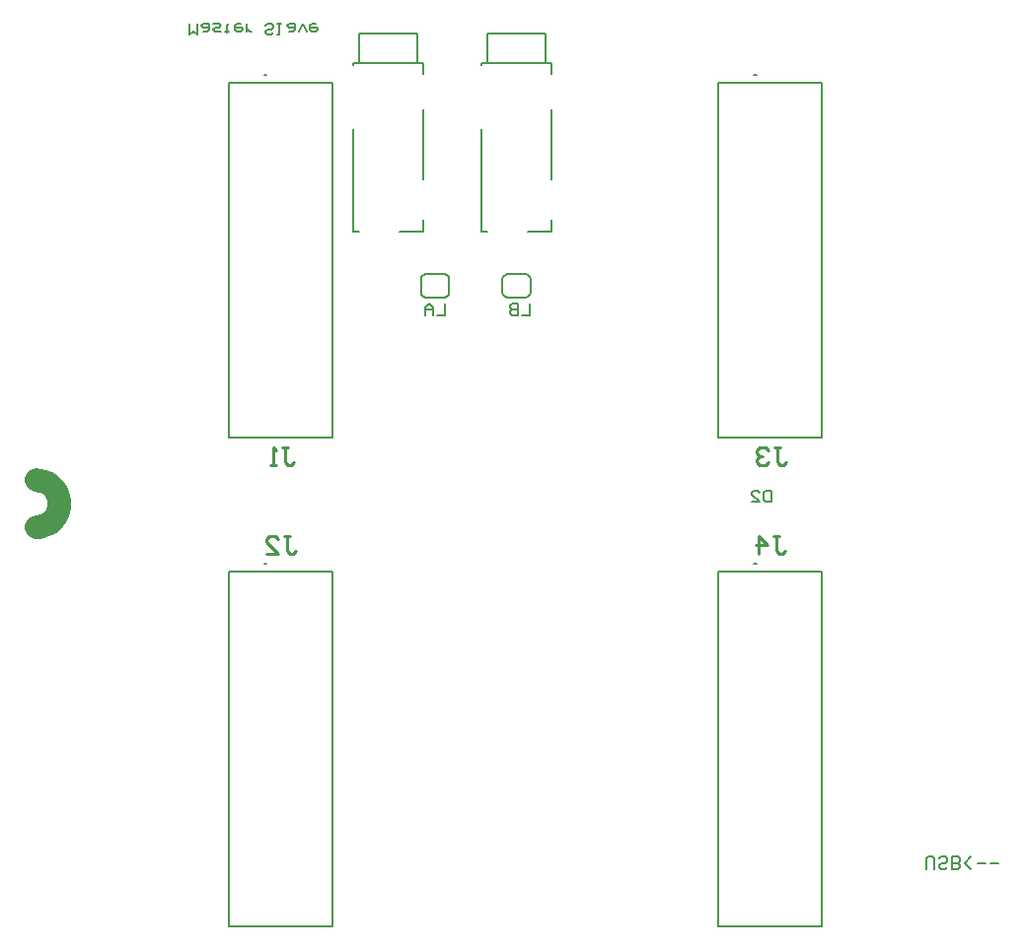
<source format=gbo>
G04*
G04 #@! TF.GenerationSoftware,Altium Limited,Altium Designer,23.3.1 (30)*
G04*
G04 Layer_Color=32896*
%FSLAX26Y26*%
%MOIN*%
G70*
G04*
G04 #@! TF.SameCoordinates,AF54F826-5E14-49BB-B143-2C6BD7E0847E*
G04*
G04*
G04 #@! TF.FilePolarity,Positive*
G04*
G01*
G75*
%ADD10C,0.007874*%
%ADD11C,0.006000*%
%ADD13C,0.078740*%
%ADD16C,0.005000*%
%ADD19C,0.010000*%
D10*
X779858Y1450347D02*
X771984D01*
X779858D01*
X779937Y-202409D02*
X772063D01*
X779937D01*
X-874669Y-202409D02*
X-882543D01*
X-874669D01*
Y1450347D02*
X-882543D01*
X-874669D01*
X650921Y224756D02*
Y1424756D01*
X1000921Y224756D02*
Y1424756D01*
X650921Y224756D02*
X1000921D01*
X650921Y1424756D02*
X1000921D01*
X651000Y-228000D02*
X1001000D01*
X651000Y-1428000D02*
X1001000D01*
Y-228000D01*
X651000Y-1428000D02*
Y-228000D01*
X-1003606Y-1428000D02*
Y-228000D01*
X-653606Y-1428000D02*
Y-228000D01*
X-1003606Y-1428000D02*
X-653606D01*
X-1003606Y-228000D02*
X-653606D01*
X-1003606Y1424756D02*
X-653606D01*
X-1003606Y224756D02*
X-653606D01*
Y1424756D01*
X-1003606Y224756D02*
Y1424756D01*
X-272320Y679128D02*
Y639770D01*
X-298558D01*
X-311678D02*
Y666008D01*
X-324797Y679128D01*
X-337916Y666008D01*
Y639770D01*
Y659449D01*
X-311678D01*
X13113Y679128D02*
Y639770D01*
X-13125D01*
X-26245Y679128D02*
Y639770D01*
X-45923D01*
X-52483Y646330D01*
Y652889D01*
X-45923Y659449D01*
X-26245D01*
X-45923D01*
X-52483Y666008D01*
Y672568D01*
X-45923Y679128D01*
X-26245D01*
X1353346Y-1236207D02*
Y-1200129D01*
X1360562Y-1192913D01*
X1374993D01*
X1382208Y-1200129D01*
Y-1236207D01*
X1425502Y-1228991D02*
X1418286Y-1236207D01*
X1403855D01*
X1396639Y-1228991D01*
Y-1221775D01*
X1403855Y-1214560D01*
X1418286D01*
X1425502Y-1207344D01*
Y-1200129D01*
X1418286Y-1192913D01*
X1403855D01*
X1396639Y-1200129D01*
X1439933Y-1236207D02*
Y-1192913D01*
X1461579D01*
X1468795Y-1200129D01*
Y-1207344D01*
X1461579Y-1214560D01*
X1439933D01*
X1461579D01*
X1468795Y-1221775D01*
Y-1228991D01*
X1461579Y-1236207D01*
X1439933D01*
X1504872Y-1192913D02*
X1483226Y-1214560D01*
X1504872Y-1236207D01*
X1526519Y-1214560D02*
X1555381D01*
X1569812D02*
X1598674D01*
X-851715Y1593186D02*
X-858274Y1586627D01*
X-871393D01*
X-877953Y1593186D01*
Y1599746D01*
X-871393Y1606305D01*
X-858274D01*
X-851715Y1612865D01*
Y1619425D01*
X-858274Y1625984D01*
X-871393D01*
X-877953Y1619425D01*
X-838595Y1625984D02*
X-825476D01*
X-832036D01*
Y1586627D01*
X-838595D01*
X-799238Y1599746D02*
X-786119D01*
X-779559Y1606305D01*
Y1625984D01*
X-799238D01*
X-805798Y1619425D01*
X-799238Y1612865D01*
X-779559D01*
X-766440Y1599746D02*
X-753321Y1625984D01*
X-740202Y1599746D01*
X-707404Y1625984D02*
X-720523D01*
X-727083Y1619425D01*
Y1606305D01*
X-720523Y1599746D01*
X-707404D01*
X-700845Y1606305D01*
Y1612865D01*
X-727083D01*
X-1133858Y1625984D02*
Y1586627D01*
X-1120739Y1599746D01*
X-1107620Y1586627D01*
Y1625984D01*
X-1087941Y1599746D02*
X-1074822D01*
X-1068263Y1606305D01*
Y1625984D01*
X-1087941D01*
X-1094501Y1619425D01*
X-1087941Y1612865D01*
X-1068263D01*
X-1055143Y1625984D02*
X-1035465D01*
X-1028905Y1619425D01*
X-1035465Y1612865D01*
X-1048584D01*
X-1055143Y1606305D01*
X-1048584Y1599746D01*
X-1028905D01*
X-1009226Y1593186D02*
Y1599746D01*
X-1015786D01*
X-1002667D01*
X-1009226D01*
Y1619425D01*
X-1002667Y1625984D01*
X-963310D02*
X-976429D01*
X-982988Y1619425D01*
Y1606305D01*
X-976429Y1599746D01*
X-963310D01*
X-956750Y1606305D01*
Y1612865D01*
X-982988D01*
X-943631Y1599746D02*
Y1625984D01*
Y1612865D01*
X-937071Y1606305D01*
X-930512Y1599746D01*
X-923952D01*
X830042Y46254D02*
Y6896D01*
X810363D01*
X803804Y13456D01*
Y39694D01*
X810363Y46254D01*
X830042D01*
X764446Y6896D02*
X790684D01*
X764446Y33134D01*
Y39694D01*
X771006Y46254D01*
X784125D01*
X790684Y39694D01*
D11*
X-257118Y760189D02*
X-259530Y769189D01*
X-266118Y775778D01*
X-275118Y778189D01*
X-335118D02*
X-344118Y775778D01*
X-350707Y769189D01*
X-353118Y760189D01*
Y716189D02*
X-350707Y707189D01*
X-344118Y700601D01*
X-335118Y698189D01*
X-275118D02*
X-266118Y700601D01*
X-259530Y707189D01*
X-257118Y716189D01*
X472Y698189D02*
X9472Y700601D01*
X16061Y707189D01*
X18472Y716189D01*
X-77528D02*
X-75116Y707189D01*
X-68528Y700601D01*
X-59528Y698189D01*
Y778189D02*
X-68528Y775778D01*
X-75116Y769189D01*
X-77528Y760189D01*
X18472D02*
X16061Y769189D01*
X9472Y775778D01*
X472Y778189D01*
X-353118Y716189D02*
Y760189D01*
X-257118Y716189D02*
Y760189D01*
X-335118Y778189D02*
X-275118D01*
X-335118Y698189D02*
X-275118D01*
X-59528D02*
X472D01*
X-59528Y778189D02*
X472D01*
X18472Y716189D02*
Y760189D01*
X-77528Y716189D02*
Y760189D01*
D13*
X-1653543Y-78740D02*
X-1643598Y-78115D01*
X-1633809Y-76247D01*
X-1624331Y-73168D01*
X-1615315Y-68925D01*
X-1606901Y-63585D01*
X-1599222Y-57233D01*
X-1592401Y-49969D01*
X-1586543Y-41907D01*
X-1581743Y-33174D01*
X-1578074Y-23909D01*
X-1575596Y-14256D01*
X-1574347Y-4370D01*
Y5596D01*
X-1575596Y15482D01*
X-1578074Y25134D01*
X-1581743Y34400D01*
X-1586543Y43132D01*
X-1592401Y51194D01*
X-1599223Y58459D01*
X-1606901Y64811D01*
X-1615315Y70150D01*
X-1624332Y74393D01*
X-1633809Y77473D01*
X-1643598Y79340D01*
X-1653543Y79966D01*
D16*
X66929Y1493110D02*
Y1591535D01*
X-129921Y1493110D02*
Y1591535D01*
X66929D01*
X-149606Y1483268D02*
Y1493110D01*
X-129921D01*
X66929D01*
X86614D01*
Y1453740D02*
Y1493110D01*
Y1099409D02*
Y1335630D01*
Y922244D02*
Y961614D01*
X7874Y922244D02*
X86614D01*
X-149606D02*
X-129921D01*
X-149606D02*
Y1266732D01*
X-582677Y922244D02*
Y1266732D01*
Y922244D02*
X-562992D01*
X-425197D02*
X-346457D01*
Y961614D01*
Y1099409D02*
Y1335630D01*
Y1453740D02*
Y1493110D01*
X-366142D02*
X-346457D01*
X-562992D02*
X-366142D01*
X-582677D02*
X-562992D01*
X-582677Y1483268D02*
Y1493110D01*
X-562992Y1591535D02*
X-366142D01*
X-562992Y1493110D02*
Y1591535D01*
X-366142Y1493110D02*
Y1591535D01*
D19*
X-822835Y191408D02*
X-802841D01*
X-812838D01*
Y141424D01*
X-802841Y131427D01*
X-792845D01*
X-782848Y141424D01*
X-842828Y131427D02*
X-862822D01*
X-852825D01*
Y191408D01*
X-842828Y181411D01*
X-816775Y-107805D02*
X-796781D01*
X-806778D01*
Y-157789D01*
X-796781Y-167786D01*
X-786785D01*
X-776788Y-157789D01*
X-876756Y-167786D02*
X-836769D01*
X-876756Y-127799D01*
Y-117802D01*
X-866759Y-107805D01*
X-846765D01*
X-836769Y-117802D01*
X836768Y-107805D02*
X856762D01*
X846765D01*
Y-157789D01*
X856762Y-167786D01*
X866759D01*
X876755Y-157789D01*
X786785Y-167786D02*
Y-107805D01*
X816775Y-137795D01*
X776788D01*
X840705Y191408D02*
X860699D01*
X850702D01*
Y141424D01*
X860699Y131427D01*
X870696D01*
X880692Y141424D01*
X820712Y181411D02*
X810715Y191408D01*
X790722D01*
X780725Y181411D01*
Y171414D01*
X790722Y161417D01*
X800718D01*
X790722D01*
X780725Y151421D01*
Y141424D01*
X790722Y131427D01*
X810715D01*
X820712Y141424D01*
M02*

</source>
